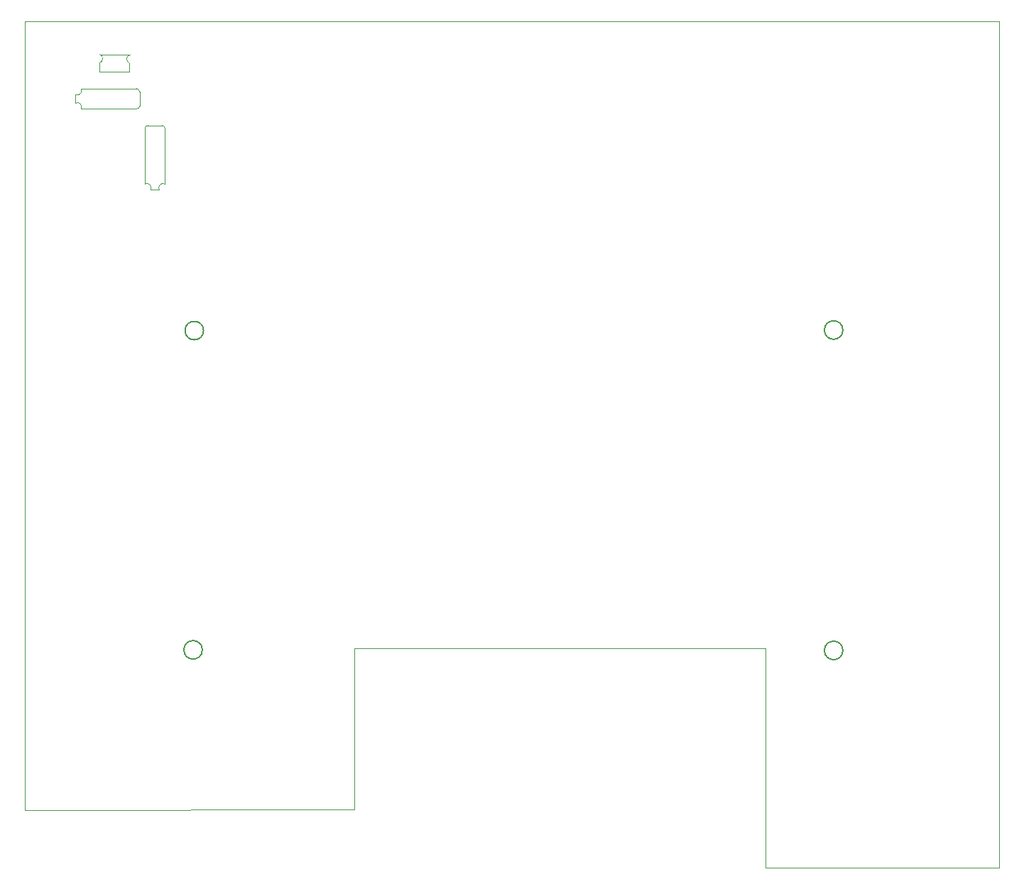
<source format=gbr>
%TF.GenerationSoftware,KiCad,Pcbnew,8.0.7*%
%TF.CreationDate,2025-05-03T19:39:34+09:00*%
%TF.ProjectId,cool642tb_R_with_tb,636f6f6c-3634-4327-9462-5f525f776974,rev?*%
%TF.SameCoordinates,Original*%
%TF.FileFunction,Profile,NP*%
%FSLAX46Y46*%
G04 Gerber Fmt 4.6, Leading zero omitted, Abs format (unit mm)*
G04 Created by KiCad (PCBNEW 8.0.7) date 2025-05-03 19:39:34*
%MOMM*%
%LPD*%
G01*
G04 APERTURE LIST*
%TA.AperFunction,Profile*%
%ADD10C,0.050000*%
%TD*%
%TA.AperFunction,Profile*%
%ADD11C,0.200000*%
%TD*%
%TA.AperFunction,Profile*%
%ADD12C,0.120000*%
%TD*%
G04 APERTURE END LIST*
D10*
X86419999Y27382636D02*
X86459999Y-73567364D01*
D11*
X67810000Y-47670000D02*
G75*
G02*
X65610000Y-47670000I-1100000J0D01*
G01*
X65610000Y-47670000D02*
G75*
G02*
X67810000Y-47670000I1100000J0D01*
G01*
D10*
X86459999Y-73567364D02*
X58610000Y-73557364D01*
D11*
X67810000Y-9470000D02*
G75*
G02*
X65610000Y-9470000I-1100000J0D01*
G01*
X65610000Y-9470000D02*
G75*
G02*
X67810000Y-9470000I1100000J0D01*
G01*
D10*
X9580000Y-47410000D02*
X9580000Y-66640000D01*
X58610000Y-73557364D02*
X58570000Y-47410000D01*
D11*
X-8420000Y-9530000D02*
G75*
G02*
X-10620000Y-9530000I-1100000J0D01*
G01*
X-10620000Y-9530000D02*
G75*
G02*
X-8420000Y-9530000I1100000J0D01*
G01*
D10*
X9580000Y-66640000D02*
X-29750001Y-66687364D01*
X-29750001Y27382636D02*
X86419999Y27382636D01*
X49943000Y-47396000D02*
X9580000Y-47410000D01*
X49943000Y-47396000D02*
X58570000Y-47410000D01*
D11*
X-8560000Y-47600000D02*
G75*
G02*
X-10760000Y-47600000I-1100000J0D01*
G01*
X-10760000Y-47600000D02*
G75*
G02*
X-8560000Y-47600000I1100000J0D01*
G01*
D10*
X-29750001Y-66687364D02*
X-29750001Y27382636D01*
D12*
%TO.C,U1*%
X-23697753Y17580553D02*
X-23697753Y18621953D01*
X-23011953Y19307753D02*
X-16399493Y19319370D01*
X-20823539Y22377540D02*
X-20820564Y21324209D01*
X-20820564Y21324209D02*
X-17239435Y21295791D01*
X-20770000Y23402268D02*
X-17188871Y23373850D01*
X-17242410Y22349122D02*
X-17239435Y21295791D01*
X-16411000Y16889000D02*
X-23011953Y16894753D01*
X-16030753Y18926753D02*
X-16030753Y17275753D01*
X-15417753Y7938047D02*
X-15421000Y14539000D01*
X-15036753Y14919247D02*
X-13385753Y14919247D01*
X-13690553Y7252247D02*
X-14731953Y7252247D01*
X-13004753Y14539000D02*
X-13004753Y7938047D01*
X-23697753Y17580553D02*
G75*
G02*
X-23011953Y16894753I247753J-438047D01*
G01*
X-23011953Y19307753D02*
G75*
G02*
X-23697753Y18621953I-438047J-247753D01*
G01*
X-20770000Y23402268D02*
G75*
G02*
X-20823539Y22377540I-220000J-502268D01*
G01*
X-17242410Y22349122D02*
G75*
G02*
X-17188871Y23373850I220000J502268D01*
G01*
X-16399493Y19319370D02*
G75*
G02*
X-16030754Y18926753I-9907J-378770D01*
G01*
X-16030000Y17270000D02*
G75*
G02*
X-16411000Y16889000I-381000J0D01*
G01*
X-15421000Y14539000D02*
G75*
G02*
X-15040000Y14920000I381000J0D01*
G01*
X-15417753Y7938047D02*
G75*
G02*
X-14731953Y7252247I247753J-438047D01*
G01*
X-13690553Y7252247D02*
G75*
G02*
X-13004749Y7938054I438053J247753D01*
G01*
X-13385753Y14920000D02*
G75*
G02*
X-13004800Y14539000I53J-380900D01*
G01*
%TD*%
M02*

</source>
